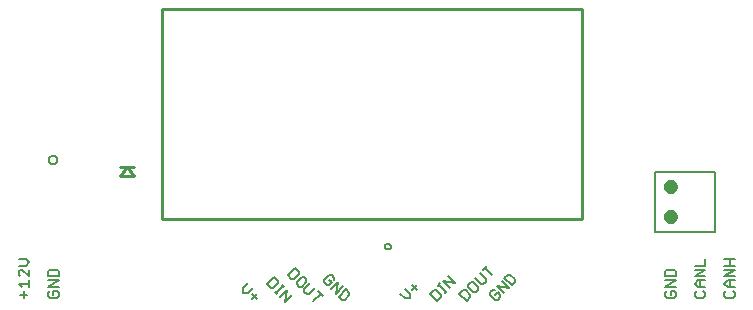
<source format=gto>
G75*
G70*
%OFA0B0*%
%FSLAX24Y24*%
%IPPOS*%
%LPD*%
%AMOC8*
5,1,8,0,0,1.08239X$1,22.5*
%
%ADD10C,0.0050*%
%ADD11C,0.0100*%
%ADD12C,0.0236*%
D10*
X001684Y004761D02*
X001684Y004991D01*
X001627Y005124D02*
X001512Y005239D01*
X001856Y005239D01*
X001856Y005353D02*
X001856Y005124D01*
X001799Y004876D02*
X001570Y004876D01*
X001570Y005486D02*
X001512Y005544D01*
X001512Y005658D01*
X001570Y005716D01*
X001627Y005716D01*
X001856Y005486D01*
X001856Y005716D01*
X001742Y005849D02*
X001512Y005849D01*
X001512Y006078D02*
X001742Y006078D01*
X001856Y005963D01*
X001742Y005849D01*
X002497Y005658D02*
X002497Y005486D01*
X002841Y005486D01*
X002841Y005658D01*
X002783Y005716D01*
X002554Y005716D01*
X002497Y005658D01*
X002497Y005353D02*
X002841Y005353D01*
X002497Y005124D01*
X002841Y005124D01*
X002783Y004991D02*
X002669Y004991D01*
X002669Y004876D01*
X002783Y004761D02*
X002554Y004761D01*
X002497Y004819D01*
X002497Y004933D01*
X002554Y004991D01*
X002783Y004991D02*
X002841Y004933D01*
X002841Y004819D01*
X002783Y004761D01*
X008986Y004951D02*
X009148Y004951D01*
X009310Y005113D01*
X009148Y005275D02*
X008986Y005113D01*
X008986Y004951D01*
X009283Y004897D02*
X009445Y004735D01*
X009445Y004897D02*
X009283Y004735D01*
X009791Y005229D02*
X009912Y005107D01*
X009993Y005107D01*
X010156Y005269D01*
X010156Y005350D01*
X010034Y005472D01*
X009791Y005229D01*
X010047Y004972D02*
X010128Y004891D01*
X010088Y004932D02*
X010331Y005175D01*
X010290Y005215D02*
X010371Y005134D01*
X010461Y005044D02*
X010380Y004639D01*
X010623Y004882D01*
X010461Y005044D02*
X010218Y004801D01*
X010777Y005227D02*
X010858Y005146D01*
X010939Y005146D01*
X011101Y005308D01*
X011101Y005389D01*
X011020Y005470D01*
X010939Y005470D01*
X010777Y005308D01*
X010777Y005227D01*
X010682Y005402D02*
X010845Y005564D01*
X010845Y005645D01*
X010723Y005767D01*
X010480Y005524D01*
X010601Y005402D01*
X010682Y005402D01*
X011033Y005052D02*
X011236Y005254D01*
X011398Y005092D02*
X011195Y004889D01*
X011114Y004889D01*
X011033Y004971D01*
X011033Y005052D01*
X011492Y004998D02*
X011654Y004836D01*
X011573Y004917D02*
X011330Y004674D01*
X011917Y005071D02*
X012160Y005314D01*
X012079Y004908D01*
X012323Y005152D01*
X012417Y005057D02*
X012538Y004936D01*
X012538Y004855D01*
X012376Y004693D01*
X012295Y004693D01*
X012173Y004814D01*
X012417Y005057D01*
X012026Y005367D02*
X012026Y005449D01*
X011945Y005530D01*
X011864Y005530D01*
X011701Y005367D01*
X011701Y005286D01*
X011782Y005205D01*
X011864Y005205D01*
X011945Y005286D01*
X011864Y005367D01*
X013720Y006484D02*
X013722Y006503D01*
X013727Y006522D01*
X013737Y006538D01*
X013749Y006553D01*
X013764Y006565D01*
X013780Y006575D01*
X013799Y006580D01*
X013818Y006582D01*
X013837Y006580D01*
X013856Y006575D01*
X013872Y006565D01*
X013887Y006553D01*
X013899Y006538D01*
X013909Y006522D01*
X013914Y006503D01*
X013916Y006484D01*
X013914Y006465D01*
X013909Y006446D01*
X013899Y006430D01*
X013887Y006415D01*
X013872Y006403D01*
X013856Y006393D01*
X013837Y006388D01*
X013818Y006386D01*
X013799Y006388D01*
X013780Y006393D01*
X013764Y006403D01*
X013749Y006415D01*
X013737Y006430D01*
X013727Y006446D01*
X013722Y006465D01*
X013720Y006484D01*
X015477Y005173D02*
X015558Y005254D01*
X015518Y005213D02*
X015761Y004970D01*
X015720Y004930D02*
X015801Y005011D01*
X015891Y005100D02*
X015648Y005344D01*
X016053Y005263D01*
X015810Y005506D01*
X016502Y005213D02*
X016502Y005132D01*
X016664Y004970D01*
X016745Y004970D01*
X016826Y005051D01*
X016826Y005132D01*
X016664Y005294D01*
X016583Y005294D01*
X016502Y005213D01*
X016408Y005038D02*
X016327Y005038D01*
X016205Y004916D01*
X016448Y004673D01*
X016570Y004795D01*
X016570Y004876D01*
X016408Y005038D01*
X016718Y005429D02*
X016920Y005226D01*
X017001Y005226D01*
X017083Y005307D01*
X017083Y005389D01*
X016880Y005591D01*
X016974Y005685D02*
X017136Y005848D01*
X017055Y005766D02*
X017298Y005523D01*
X017608Y005335D02*
X017851Y005092D01*
X017446Y005173D01*
X017689Y004930D01*
X017554Y004876D02*
X017473Y004957D01*
X017392Y004876D01*
X017230Y004876D02*
X017230Y004957D01*
X017311Y005038D01*
X017392Y005038D01*
X017230Y004876D02*
X017392Y004714D01*
X017473Y004714D01*
X017554Y004795D01*
X017554Y004876D01*
X017945Y005186D02*
X018067Y005307D01*
X018067Y005389D01*
X017905Y005551D01*
X017824Y005551D01*
X017702Y005429D01*
X017945Y005186D01*
X015586Y004876D02*
X015424Y005038D01*
X015342Y005038D01*
X015221Y004916D01*
X015464Y004673D01*
X015586Y004795D01*
X015586Y004876D01*
X014777Y005051D02*
X014614Y005213D01*
X014615Y005051D02*
X014777Y005213D01*
X014561Y004916D02*
X014399Y005079D01*
X014561Y004916D02*
X014561Y004754D01*
X014399Y004754D01*
X014237Y004916D01*
X022732Y006984D02*
X022732Y008984D01*
X024732Y008984D01*
X024732Y006984D01*
X022732Y006984D01*
X024396Y006078D02*
X024396Y005849D01*
X024052Y005849D01*
X024052Y005716D02*
X024396Y005716D01*
X024052Y005486D01*
X024396Y005486D01*
X024396Y005353D02*
X024166Y005353D01*
X024052Y005239D01*
X024166Y005124D01*
X024396Y005124D01*
X024338Y004991D02*
X024396Y004933D01*
X024396Y004819D01*
X024338Y004761D01*
X024109Y004761D01*
X024052Y004819D01*
X024052Y004933D01*
X024109Y004991D01*
X024224Y005124D02*
X024224Y005353D01*
X023412Y005353D02*
X023068Y005353D01*
X023068Y005486D02*
X023068Y005658D01*
X023125Y005716D01*
X023354Y005716D01*
X023412Y005658D01*
X023412Y005486D01*
X023068Y005486D01*
X023068Y005124D02*
X023412Y005353D01*
X023412Y005124D02*
X023068Y005124D01*
X023125Y004991D02*
X023068Y004933D01*
X023068Y004819D01*
X023125Y004761D01*
X023354Y004761D01*
X023412Y004819D01*
X023412Y004933D01*
X023354Y004991D01*
X023240Y004991D01*
X023240Y004876D01*
X025036Y004819D02*
X025093Y004761D01*
X025323Y004761D01*
X025380Y004819D01*
X025380Y004933D01*
X025323Y004991D01*
X025380Y005124D02*
X025151Y005124D01*
X025036Y005239D01*
X025151Y005353D01*
X025380Y005353D01*
X025380Y005486D02*
X025036Y005486D01*
X025380Y005716D01*
X025036Y005716D01*
X025036Y005849D02*
X025380Y005849D01*
X025208Y005849D02*
X025208Y006078D01*
X025036Y006078D02*
X025380Y006078D01*
X025208Y005353D02*
X025208Y005124D01*
X025093Y004991D02*
X025036Y004933D01*
X025036Y004819D01*
X002520Y009373D02*
X002522Y009396D01*
X002528Y009419D01*
X002537Y009440D01*
X002550Y009460D01*
X002566Y009477D01*
X002584Y009491D01*
X002604Y009502D01*
X002626Y009510D01*
X002649Y009514D01*
X002673Y009514D01*
X002696Y009510D01*
X002718Y009502D01*
X002738Y009491D01*
X002756Y009477D01*
X002772Y009460D01*
X002785Y009440D01*
X002794Y009419D01*
X002800Y009396D01*
X002802Y009373D01*
X002800Y009350D01*
X002794Y009327D01*
X002785Y009306D01*
X002772Y009286D01*
X002756Y009269D01*
X002738Y009255D01*
X002718Y009244D01*
X002696Y009236D01*
X002673Y009232D01*
X002649Y009232D01*
X002626Y009236D01*
X002604Y009244D01*
X002584Y009255D01*
X002566Y009269D01*
X002550Y009286D01*
X002537Y009306D01*
X002528Y009327D01*
X002522Y009350D01*
X002520Y009373D01*
D11*
X004893Y009146D02*
X005366Y009146D01*
X005129Y009146D02*
X005366Y008831D01*
X004893Y008831D01*
X005129Y009146D01*
X006299Y007402D02*
X006299Y014402D01*
X020299Y014402D01*
X020299Y007402D01*
X006299Y007402D01*
D12*
X023114Y007484D02*
X023116Y007505D01*
X023122Y007525D01*
X023131Y007545D01*
X023143Y007562D01*
X023158Y007576D01*
X023176Y007588D01*
X023196Y007596D01*
X023216Y007601D01*
X023237Y007602D01*
X023258Y007599D01*
X023278Y007593D01*
X023297Y007582D01*
X023314Y007569D01*
X023327Y007553D01*
X023338Y007535D01*
X023346Y007515D01*
X023350Y007495D01*
X023350Y007473D01*
X023346Y007453D01*
X023338Y007433D01*
X023327Y007415D01*
X023314Y007399D01*
X023297Y007386D01*
X023278Y007375D01*
X023258Y007369D01*
X023237Y007366D01*
X023216Y007367D01*
X023196Y007372D01*
X023176Y007380D01*
X023158Y007392D01*
X023143Y007406D01*
X023131Y007423D01*
X023122Y007443D01*
X023116Y007463D01*
X023114Y007484D01*
X023114Y008484D02*
X023116Y008505D01*
X023122Y008525D01*
X023131Y008545D01*
X023143Y008562D01*
X023158Y008576D01*
X023176Y008588D01*
X023196Y008596D01*
X023216Y008601D01*
X023237Y008602D01*
X023258Y008599D01*
X023278Y008593D01*
X023297Y008582D01*
X023314Y008569D01*
X023327Y008553D01*
X023338Y008535D01*
X023346Y008515D01*
X023350Y008495D01*
X023350Y008473D01*
X023346Y008453D01*
X023338Y008433D01*
X023327Y008415D01*
X023314Y008399D01*
X023297Y008386D01*
X023278Y008375D01*
X023258Y008369D01*
X023237Y008366D01*
X023216Y008367D01*
X023196Y008372D01*
X023176Y008380D01*
X023158Y008392D01*
X023143Y008406D01*
X023131Y008423D01*
X023122Y008443D01*
X023116Y008463D01*
X023114Y008484D01*
M02*

</source>
